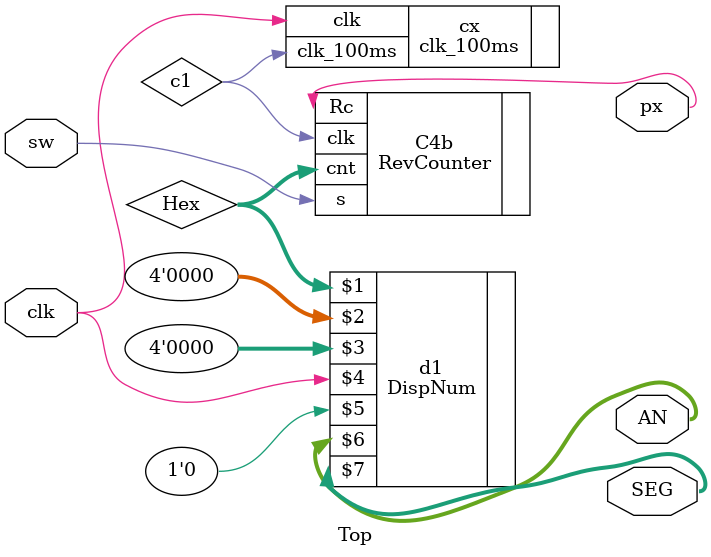
<source format=v>
`timescale 1ns / 1ps
module Top(
	 input wire clk,
	 input wire sw,
	 output wire [3:0]AN,
	 output wire [7:0]SEG,
	 output wire px
    );
	
	wire c1;
	wire [15:0]Hex;
	
	clk_100ms
		cx(.clk(clk),.clk_100ms(c1));
	
	RevCounter
		C4b(.clk(c1),.s(sw),.cnt(Hex),.Rc(px));
	
	DispNum
		d1(Hex[15:0],4'h0,4'h0,clk,1'b0,AN[3:0],SEG[7:0]);
endmodule

</source>
